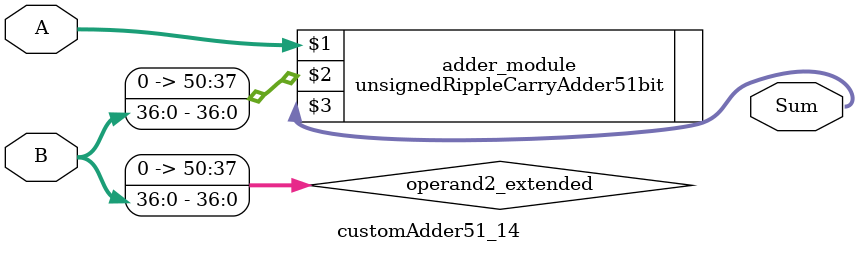
<source format=v>
module customAdder51_14(
                        input [50 : 0] A,
                        input [36 : 0] B,
                        
                        output [51 : 0] Sum
                );

        wire [50 : 0] operand2_extended;
        
        assign operand2_extended =  {14'b0, B};
        
        unsignedRippleCarryAdder51bit adder_module(
            A,
            operand2_extended,
            Sum
        );
        
        endmodule
        
</source>
